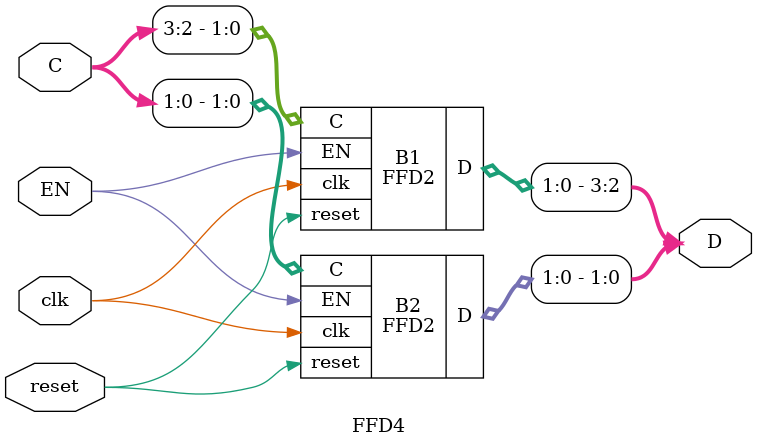
<source format=v>




// Flip Flop D 1 bit

module FFD(input wire clk, EN, reset, input wire C, output reg D);
  always @ (posedge clk, posedge reset) begin

// Non-blockinf assigment
    if(reset) // Colocar todos los valores en 0
      D <= 1'b0;

    else if(EN == 1) // Enabled encendido cuenta cuenta cada flanco del reloj
      D <= C;
  end
endmodule




// Flip Flop 2 bits

module FFD2(input wire clk, EN, reset, input wire [1:0]C, output [1:0]D);

  FFD A1(clk, EN, reset, C[0], D[0]);
  FFD A2(clk, EN, reset, C[1], D[1]);

endmodule



// Flip Flop 4 bits

module FFD4(input wire clk, EN, reset, input wire [3:0]C, output [3:0]D);

    FFD2 B1(clk, EN, reset, C[3:2], D[3:2]);
    FFD2 B2(clk, EN, reset, C[1:0], D[1:0]);

endmodule

</source>
